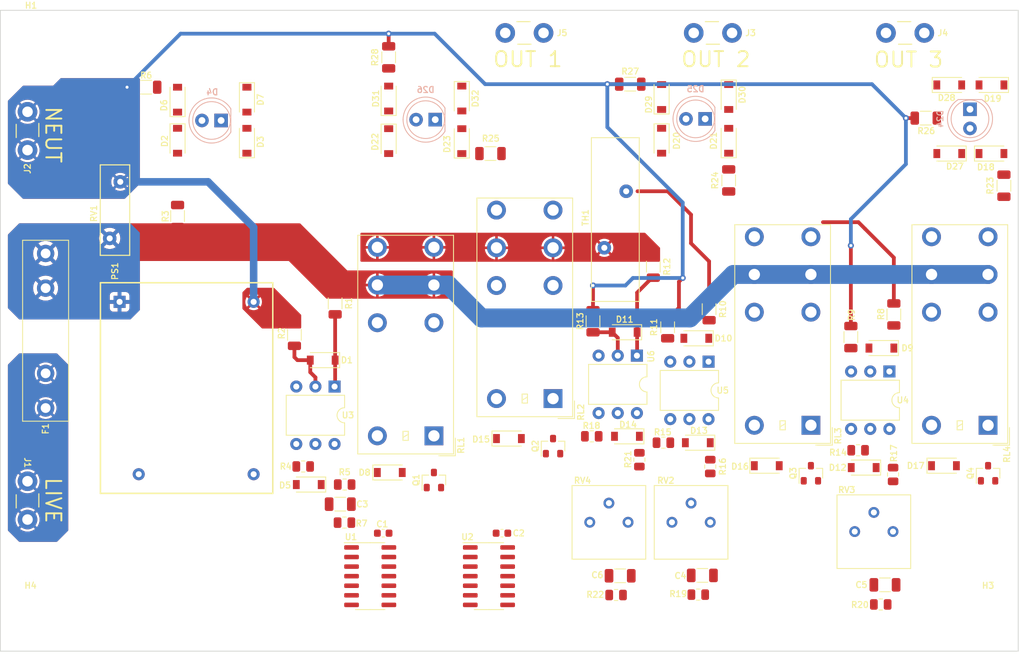
<source format=kicad_pcb>
(kicad_pcb (version 20211014) (generator pcbnew)
  (layers (0 "F.Cu" signal) (31 "B.Cu" signal) (34 "B.Paste" user) (35 "F.Paste" user) (36 "B.SilkS" user "B.Silkscreen") (37 "F.SilkS" user "F.Silkscreen") (38 "B.Mask" user) (39 "F.Mask" user) (44 "Edge.Cuts" user))
  (net 0 "")
  (net 1 "+12V")
  (net 2 "GND")
  (net 3 "Net-(C3-Pad1)")
  (net 4 "Net-(C4-Pad1)")
  (net 5 "Net-(C5-Pad1)")
  (net 6 "Net-(C6-Pad1)")
  (net 7 "Net-(D1-Pad1)")
  (net 8 "Net-(D1-Pad2)")
  (net 9 "Net-(D2-Pad1)")
  (net 10 "Net-(D2-Pad2)")
  (net 11 "Net-(D3-Pad2)")
  (net 12 "Net-(D5-Pad1)")
  (net 13 "Net-(D5-Pad2)")
  (net 14 "Net-(D6-Pad2)")
  (net 15 "Net-(D8-Pad2)")
  (net 16 "Net-(D9-Pad1)")
  (net 17 "Net-(D9-Pad2)")
  (net 18 "Net-(D10-Pad1)")
  (net 19 "Net-(D10-Pad2)")
  (net 20 "Net-(D11-Pad1)")
  (net 21 "Net-(D11-Pad2)")
  (net 22 "Net-(D12-Pad1)")
  (net 23 "Net-(D12-Pad2)")
  (net 24 "Net-(D13-Pad1)")
  (net 25 "Net-(D13-Pad2)")
  (net 26 "Net-(D14-Pad1)")
  (net 27 "Net-(D14-Pad2)")
  (net 28 "Net-(D15-Pad2)")
  (net 29 "Net-(D16-Pad2)")
  (net 30 "Net-(D17-Pad2)")
  (net 31 "Net-(D18-Pad1)")
  (net 32 "Net-(D18-Pad2)")
  (net 33 "Net-(D19-Pad2)")
  (net 34 "Net-(D20-Pad1)")
  (net 35 "Net-(D20-Pad2)")
  (net 36 "Net-(D21-Pad2)")
  (net 37 "Net-(D22-Pad1)")
  (net 38 "Net-(D22-Pad2)")
  (net 39 "Net-(D23-Pad2)")
  (net 40 "Net-(D27-Pad2)")
  (net 41 "Net-(D29-Pad2)")
  (net 42 "Net-(D31-Pad2)")
  (net 43 "/LIVE_IN")
  (net 44 "/LIVE_FUSED")
  (net 45 "NEUT")
  (net 46 "/LIVE_OUT_2")
  (net 47 "/LIVE_OUT_3")
  (net 48 "/LIVE_OUT_1")
  (net 49 "Net-(Q1-Pad1)")
  (net 50 "Net-(Q2-Pad1)")
  (net 51 "Net-(Q3-Pad1)")
  (net 52 "Net-(Q4-Pad1)")
  (net 53 "/LIVE_SS")
  (net 54 "Net-(R16-Pad2)")
  (net 55 "Net-(R17-Pad2)")
  (net 56 "Net-(R21-Pad2)")
  (net 68 "Net-(U1-Pad3)")
  (net 69 "Net-(U1-Pad10)")
  (net 70 "Net-(U2-Pad3)")
  (net 71 "Net-(U2-Pad10)")
  (footprint "Repowered_Potentiometers_THT:Potentiometer_Bourns_3386P_Vertical" (layer "F.Cu") (at 128.25 132.9 90)
    (fp_text reference "RV4")
    (fp_text value "100k")
  )
  (footprint "Resistor_SMD:R_1206_3216Metric" (layer "F.Cu") (at 139 104.6375 -90)
    (fp_text reference "R10")
    (fp_text value "47k")
  )
  (footprint "Relay_THT:Relay_DPDT_Omron_G2RL" (layer "F.Cu") (at 102.5 121.4375 90)
    (fp_text reference "RL1")
    (fp_text value "G2RL2ADC12BYOMB")
  )
  (footprint "Resistor_SMD:R_1206_3216Metric" (layer "F.Cu") (at 141.6 87.5625 90)
    (fp_text reference "R24")
    (fp_text value "22k")
  )
  (footprint "Repowered_Connectors:TE_Connectivity_63824-1" (layer "F.Cu") (at 48.6 130 90)
    (fp_text reference "J1")
    (fp_text value "Conn_01x01")
  )
  (footprint "Diode_SMD:D_SOD-123" (layer "F.Cu") (at 170.85 74.9)
    (fp_text reference "D28")
    (fp_text value "1N4148W")
  )
  (footprint "Diode_SMD:D_SOD-123" (layer "F.Cu") (at 112.45 121.8)
    (fp_text reference "D15")
    (fp_text value "1N4148W")
  )
  (footprint "Resistor_SMD:R_0805_2012Metric" (layer "F.Cu") (at 90.6375 132.95 180)
    (fp_text reference "R7")
    (fp_text value "1M")
  )
  (footprint "Diode_SMD:D_SOD-123" (layer "F.Cu") (at 96.65 126.3)
    (fp_text reference "D8")
    (fp_text value "1N4148W")
  )
  (footprint "Diode_SMD:D_SOD-123" (layer "F.Cu") (at 170.15 125.4)
    (fp_text reference "D17")
    (fp_text value "1N4148W")
  )
  (footprint "Varistor:RV_Disc_D21.5mm_W6.1mm_P7.5mm" (layer "F.Cu") (at 125.1 96.5 90)
    (fp_text reference "TH1")
    (fp_text value "Thermistor_NTC")
  )
  (footprint "Resistor_SMD:R_1206_3216Metric" (layer "F.Cu") (at 157.8 108.3375 90)
    (fp_text reference "R9")
    (fp_text value "47k")
  )
  (footprint "Diode_SMD:D_SOD-123" (layer "F.Cu") (at 128.1 121.5 180)
    (fp_text reference "D14")
    (fp_text value "1N4148W")
  )
  (footprint "Diode_SMD:D_SOD-123" (layer "F.Cu") (at 141.6 82.3 90)
    (fp_text reference "D21")
    (fp_text value "1N4148W")
  )
  (footprint "Diode_SMD:D_SOD-123" (layer "F.Cu") (at 176.45 84)
    (fp_text reference "D18")
    (fp_text value "1N4148W")
  )
  (footprint "Capacitor_SMD:C_1206_3216Metric" (layer "F.Cu") (at 138.1 139.95)
    (fp_text reference "C4")
    (fp_text value "10uF")
  )
  (footprint "Repowered_TO-SOT-SMD:SOT-23" (layer "F.Cu") (at 118.3 122.8 90)
    (fp_text reference "Q2")
    (fp_text value "2N7002")
  )
  (footprint "Diode_SMD:D_SOD-123" (layer "F.Cu") (at 68.5 76.85 90)
    (fp_text reference "D6")
    (fp_text value "1N4148W")
  )
  (footprint "Resistor_SMD:R_1206_3216Metric" (layer "F.Cu") (at 96.5 71.2375 90)
    (fp_text reference "R28")
    (fp_text value "22k")
  )
  (footprint "Diode_SMD:D_SOD-123" (layer "F.Cu") (at 161.85 109.8 180)
    (fp_text reference "D9")
    (fp_text value "1N4148W")
  )
  (footprint "Diode_SMD:D_SOD-123" (layer "F.Cu") (at 127.8 107.7 180)
    (fp_text reference "D11")
    (fp_text value "1N4148W")
  )
  (footprint "MountingHole:MountingHole_3.7mm" (layer "F.Cu") (at 49 146)
    (fp_text reference "H4")
    (fp_text value "#6")
  )
  (footprint "Capacitor_SMD:C_0603_1608Metric" (layer "F.Cu") (at 111.525 134.35 180)
    (fp_text reference "C2")
    (fp_text value "0.1uF")
  )
  (footprint "Package_SO:SOIC-14_3.9x8.7mm_P1.27mm" (layer "F.Cu") (at 109.8 140.05)
    (fp_text reference "U2")
    (fp_text value "CD4093")
  )
  (footprint "Capacitor_SMD:C_1206_3216Metric" (layer "F.Cu") (at 162.325 141.2)
    (fp_text reference "C5")
    (fp_text value "10uF")
  )
  (footprint "Resistor_SMD:R_0805_2012Metric" (layer "F.Cu") (at 90.6625 127.9)
    (fp_text reference "R5")
    (fp_text value "10k")
  )
  (footprint "Resistor_SMD:R_1206_3216Metric" (layer "F.Cu") (at 133.5 107.0375 90)
    (fp_text reference "R11")
    (fp_text value "47k")
  )
  (footprint "Resistor_SMD:R_0805_2012Metric" (layer "F.Cu") (at 139.15 125.5125 -90)
    (fp_text reference "R16")
    (fp_text value "10k")
  )
  (footprint "Diode_SMD:D_SOD-123" (layer "F.Cu") (at 132.7 82.3 -90)
    (fp_text reference "D20")
    (fp_text value "1N4148W")
  )
  (footprint "Repowered_Connectors:TE_Connectivity_63824-1" (layer "F.Cu") (at 139.5 68)
    (fp_text reference "J3")
    (fp_text value "Conn_01x01")
  )
  (footprint "Repowered_Potentiometers_THT:Potentiometer_Bourns_3386P_Vertical" (layer "F.Cu") (at 163.39 134.135 90)
    (fp_text reference "RV3")
    (fp_text value "100k")
  )
  (footprint "Resistor_SMD:R_1206_3216Metric" (layer "F.Cu") (at 110 84 180)
    (fp_text reference "R25")
    (fp_text value "22k")
  )
  (footprint "Resistor_SMD:R_1206_3216Metric" (layer "F.Cu") (at 167.7375 79.3 180)
    (fp_text reference "R26")
    (fp_text value "22k")
  )
  (footprint "Diode_SMD:D_SOD-123" (layer "F.Cu") (at 106.2 82.35 90)
    (fp_text reference "D23")
    (fp_text value "1N4148W")
  )
  (footprint "Resistor_SMD:R_1206_3216Metric" (layer "F.Cu") (at 68.5 92.2875 90)
    (fp_text reference "R3")
    (fp_text value "22k")
  )
  (footprint "Diode_SMD:D_SOD-123" (layer "F.Cu") (at 141.6 76.5 -90)
    (fp_text reference "D30")
    (fp_text value "1N4148W")
  )
  (footprint "Diode_SMD:D_SOD-123" (layer "F.Cu") (at 176.45 74.9 180)
    (fp_text reference "D19")
    (fp_text value "1N4148W")
  )
  (footprint "Package_DIP:DIP-6_W7.62mm" (layer "F.Cu") (at 89.325 114.9 -90)
    (fp_text reference "U3")
    (fp_text value "4N35")
  )
  (footprint "Capacitor_SMD:C_1206_3216Metric" (layer "F.Cu") (at 127.2 140)
    (fp_text reference "C6")
    (fp_text value "10uF")
  )
  (footprint "Diode_SMD:D_SOD-123" (layer "F.Cu") (at 87.75 111.4 180)
    (fp_text reference "D1")
    (fp_text value "1N4148W")
  )
  (footprint "Repowered_Connectors:TE_Connectivity_63824-1" (layer "F.Cu") (at 165 68)
    (fp_text reference "J4")
    (fp_text value "Conn_01x01")
  )
  (footprint "Package_DIP:DIP-6_W7.62mm" (layer "F.Cu") (at 129.425 110.8 -90)
    (fp_text reference "U6")
    (fp_text value "4N35")
  )
  (footprint "Resistor_SMD:R_1206_3216Metric" (layer "F.Cu") (at 178.1 88.2625 90)
    (fp_text reference "R23")
    (fp_text value "22k")
  )
  (footprint "Resistor_SMD:R_0805_2012Metric" (layer "F.Cu") (at 129.75 124.6 -90)
    (fp_text reference "R21")
    (fp_text value "10k")
  )
  (footprint "Resistor_SMD:R_0805_2012Metric" (layer "F.Cu") (at 132.9375 122.35 180)
    (fp_text reference "R15")
    (fp_text value "22k")
  )
  (footprint "Resistor_SMD:R_1206_3216Metric" (layer "F.Cu") (at 89.4 103.8625 -90)
    (fp_text reference "R1")
    (fp_text value "47k")
  )
  (footprint "Resistor_SMD:R_0805_2012Metric" (layer "F.Cu") (at 126.6625 142.55)
    (fp_text reference "R22")
    (fp_text value "1M")
  )
  (footprint "Diode_SMD:D_SOD-123" (layer "F.Cu") (at 77.7 82.3 90)
    (fp_text reference "D3")
    (fp_text value "1N4148W")
  )
  (footprint "Resistor_SMD:R_0805_2012Metric" (layer "F.Cu") (at 123.4375 121.5 180)
    (fp_text reference "R18")
    (fp_text value "22k")
  )
  (footprint "Resistor_SMD:R_0805_2012Metric" (layer "F.Cu") (at 161.7625 143.8)
    (fp_text reference "R20")
    (fp_text value "1M")
  )
  (footprint "Resistor_SMD:R_1206_3216Metric" (layer "F.Cu") (at 64.3375 75.2 180)
    (fp_text reference "R6")
    (fp_text value "22k")
  )
  (footprint "Repowered_TO-SOT-SMD:SOT-23" (layer "F.Cu") (at 102.5 127.3 90)
    (fp_text reference "Q1")
    (fp_text value "2N7002")
  )
  (footprint "MountingHole:MountingHole_3.7mm" (layer "F.Cu") (at 49.064 69.064)
    (fp_text reference "H1")
    (fp_text value "#6")
  )
  (footprint "Diode_SMD:D_SOD-123" (layer "F.Cu") (at 96.5 82.35 -90)
    (fp_text reference "D22")
    (fp_text value "1N4148W")
  )
  (footprint "Diode_SMD:D_SOD-123" (layer "F.Cu") (at 137.5 122.35 180)
    (fp_text reference "D13")
    (fp_text value "1N4148W")
  )
  (footprint "Repowered_Connectors:TE_Connectivity_63824-1" (layer "F.Cu") (at 48.6 81 -90)
    (fp_text reference "J2")
    (fp_text value "Conn_01x01")
  )
  (footprint "Repowered_Connectors:TE_Connectivity_63824-1" (layer "F.Cu") (at 114.5 68)
    (fp_text reference "J5")
    (fp_text value "Conn_01x01")
  )
  (footprint "Fuse:Fuseholder_Littelfuse_100_series_5x20mm" (layer "F.Cu") (at 51 117.75 90)
    (fp_text reference "F1")
    (fp_text value "15A/250V")
  )
  (footprint "Relay_THT:Relay_DPDT_Omron_G2RL" (layer "F.Cu") (at 118.3 116.5 90)
    (fp_text reference "RL2")
    (fp_text value "G2RL2ADC12BYOMB")
  )
  (footprint "MountingHole:MountingHole_3.7mm" (layer "F.Cu") (at 176 146)
    (fp_text reference "H3")
    (fp_text value "#6")
  )
  (footprint "Diode_SMD:D_SOD-123" (layer "F.Cu") (at 77.7 76.85 -90)
    (fp_text reference "D7")
    (fp_text value "1N4148W")
  )
  (footprint "Repowered_Modules:RAC03-K" (layer "F.Cu") (at 69.7 115.1 -90)
    (fp_text reference "PS1")
    (fp_text value "RAC03-12SK")
  )
  (footprint "Diode_SMD:D_SOD-123" (layer "F.Cu") (at 68.5 82.3 -90)
    (fp_text reference "D2")
    (fp_text value "1N4148W")
  )
  (footprint "Repowered_TO-SOT-SMD:SOT-23" (layer "F.Cu") (at 152.5 126.4 90)
    (fp_text reference "Q3")
    (fp_text value "2N7002")
  )
  (footprint "Diode_SMD:D_SOD-123" (layer "F.Cu") (at 96.5 76.7 90)
    (fp_text reference "D31")
    (fp_text value "1N4148W")
  )
  (footprint "Resistor_SMD:R_0805_2012Metric" (layer "F.Cu") (at 158.7625 123.35)
    (fp_text reference "R14")
    (fp_text value "22k")
  )
  (footprint "Varistor:RV_Disc_D12mm_W3.9mm_P7.5mm" (layer "F.Cu") (at 59.5 95.25 90)
    (fp_text reference "RV1")
    (fp_text value "200V")
  )
  (footprint "Package_SO:SOIC-14_3.9x8.7mm_P1.27mm" (layer "F.Cu") (at 94.05 140.05)
    (fp_text reference "U1")
    (fp_text value "CD4093")
  )
  (footprint "Capacitor_SMD:C_1206_3216Metric" (layer "F.Cu") (at 90.075 130.5 180)
    (fp_text reference "C3")
    (fp_text value "10uF")
  )
  (footprint "Repowered_Potentiometers_THT:Potentiometer_Bourns_3386P_Vertical" (layer "F.Cu") (at 139.15 132.9 90)
    (fp_text reference "RV2")
    (fp_text value "100k")
  )
  (footprint "Resistor_SMD:R_1206_3216Metric" (layer "F.Cu") (at 163.5 105.3375 -90)
    (fp_text reference "R8")
    (fp_text value "47k")
  )
  (footprint "Resistor_SMD:R_1206_3216Metric" (layer "F.Cu") (at 84 108.0375 90)
    (fp_text reference "R2")
    (fp_text value "47k")
  )
  (footprint "Package_DIP:DIP-6_W7.62mm" (layer "F.Cu") (at 162.9125 112.9 -90)
    (fp_text reference "U4")
    (fp_text value "4N35")
  )
  (footprint "Diode_SMD:D_SOD-123" (layer "F.Cu") (at 159.5 125.65 180)
    (fp_text reference "D12")
    (fp_text value "1N4148W")
  )
  (footprint "Relay_THT:Relay_DPDT_Omron_G2RL" (layer "F.Cu") (at 176 120.0375 90)
    (fp_text reference "RL4")
    (fp_text value "G2RL2ADC12BYOMB")
  )
  (footprint "Diode_SMD:D_SOD-123" (layer "F.Cu") (at 132.7 76.5 90)
    (fp_text reference "D29")
    (fp_text value "1N4148W")
  )
  (footprint "Diode_SMD:D_SOD-123" (layer "F.Cu") (at 146.65 125.4)
    (fp_text reference "D16")
    (fp_text value "1N4148W")
  )
  (footprint "Resistor_SMD:R_1206_3216Metric" (layer "F.Cu") (at 123.6 106.2375 90)
    (fp_text reference "R13")
    (fp_text value "47k")
  )
  (footprint "Relay_THT:Relay_DPDT_Omron_G2RL" (layer "F.Cu") (at 152.5 120.0375 90)
    (fp_text reference "RL3")
    (fp_text value "G2RL2ADC12BYOMB")
  )
  (footprint "Capacitor_SMD:C_0603_1608Metric" (layer "F.Cu") (at 95.775 134.35 180)
    (fp_text reference "C1")
    (fp_text value "0.1uF")
  )
  (footprint "Resistor_SMD:R_0805_2012Metric" (layer "F.Cu") (at 85.1625 125.5)
    (fp_text reference "R4")
    (fp_text value "22k")
  )
  (footprint "Package_DIP:DIP-6_W7.62mm" (layer "F.Cu") (at 138.925 111.6 -90)
    (fp_text reference "U5")
    (fp_text value "4N35")
  )
  (footprint "MountingHole:MountingHole_3.7mm" (layer "F.Cu") (at 176 69)
    (fp_text reference "H2" hide)
    (fp_text value "#6")
  )
  (footprint "Diode_SMD:D_SOD-123" (layer "F.Cu") (at 106.2 76.7 -90)
    (fp_text reference "D32")
    (fp_text value "1N4148W")
  )
  (footprint "Resistor_SMD:R_1206_3216Metric" (layer "F.Cu") (at 128.5375 74.8 180)
    (fp_text reference "R27")
    (fp_text value "22k")
  )
  (footprint "Resistor_SMD:R_0805_2012Metric" (layer "F.Cu") (at 137.5625 142.5)
    (fp_text reference "R19")
    (fp_text value "1M")
  )
  (footprint "Diode_SMD:D_SOD-123" (layer "F.Cu") (at 85.9 127.9 180)
    (fp_text reference "D5")
    (fp_text value "1N4148W")
  )
  (footprint "Diode_SMD:D_SOD-123" (layer "F.Cu") (at 137.3 108.5 180)
    (fp_text reference "D10")
    (fp_text value "1N4148W")
  )
  (footprint "Resistor_SMD:R_1206_3216Metric" (layer "F.Cu") (at 131.6 99 -90)
    (fp_text reference "R12")
    (fp_text value "47k")
  )
  (footprint "Repowered_TO-SOT-SMD:SOT-23" (layer "F.Cu") (at 176 126.4 90)
    (fp_text reference "Q4")
    (fp_text value "2N7002")
  )
  (footprint "Resistor_SMD:R_0805_2012Metric" (layer "F.Cu") (at 163.4 126.5625 -90)
    (fp_text reference "R17")
    (fp_text value "10k")
  )
  (footprint "Diode_SMD:D_SOD-123" (layer "F.Cu") (at 170.85 84 180)
    (fp_text reference "D27")
    (fp_text value "1N4148W")
  )
  (footprint "LED_THT:LED_D5.0mm" (layer "B.Cu") (at 74.275 79.6125 180)
    (fp_text reference "D4")
    (fp_text value "LED")
  )
  (footprint "LED_THT:LED_D5.0mm" (layer "B.Cu") (at 102.675 79.5 180)
    (fp_text reference "D26")
    (fp_text value "LED")
  )
  (footprint "LED_THT:LED_D5.0mm" (layer "B.Cu") (at 173.6 78.125 -90)
    (fp_text reference "D24")
    (fp_text value "LED")
  )
  (footprint "LED_THT:LED_D5.0mm" (layer "B.Cu") (at 138.475 79.4 180)
    (fp_text reference "D25")
    (fp_text value "LED")
  )
  (gr_line (start 180 65) (end 180 150) (layer "Edge.Cuts") (width 0.1))
  (gr_line (start 45 65) (end 45 150) (layer "Edge.Cuts") (width 0.1))
  (gr_line (start 45 65) (end 180 65) (layer "Edge.Cuts") (width 0.1))
  (gr_line (start 45 150) (end 180 150) (layer "Edge.Cuts") (width 0.1))
  (gr_text "OUT 1" (at 114.95 71.5) (layer "F.SilkS") (effects (font (size 2 2) (thickness 0.25))))
  (gr_text "OUT 2" (at 139.9 71.5) (layer "F.SilkS") (effects (font (size 2 2) (thickness 0.25))))
  (gr_text "OUT 3" (at 165.45 71.55) (layer "F.SilkS") (effects (font (size 2 2) (thickness 0.25))))
  (gr_text "LIVE" (at 52 130 270) (layer "F.SilkS") (effects (font (size 2 2) (thickness 0.25))))
  (gr_text "NEUT" (at 52 81.5 270) (layer "F.SilkS") (effects (font (size 2 2) (thickness 0.25))))
  (segment (start 89.4 105.325) (end 89.4 111.4) (width 0.5) (layer "F.Cu") (net 7))
  (segment (start 89.4 111.4) (end 89.4 114.825) (width 0.5) (layer "F.Cu") (net 7))
  (segment (start 89.4 114.825) (end 89.325 114.9) (width 0.5) (layer "F.Cu") (net 7))
  (segment (start 86.1 113) (end 86.1 111.4) (width 0.5) (layer "F.Cu") (net 8))
  (segment (start 84.4 111.4) (end 86.1 111.4) (width 0.5) (layer "F.Cu") (net 8))
  (segment (start 84 111) (end 84.4 111.4) (width 0.5) (layer "F.Cu") (net 8))
  (segment (start 86.785 114.9) (end 86.785 113.685) (width 0.5) (layer "F.Cu") (net 8))
  (segment (start 86.785 113.685) (end 86.1 113) (width 0.5) (layer "F.Cu") (net 8))
  (segment (start 84 109.5) (end 84 111) (width 0.5) (layer "F.Cu") (net 8))
  (segment (start 131.4375 100.4625) (end 129.45 102.45) (width 0.5) (layer "F.Cu") (net 20))
  (segment (start 129.45 110.775) (end 129.425 110.8) (width 0.5) (layer "F.Cu") (net 20))
  (segment (start 129.45 102.45) (end 129.45 107.7) (width 0.5) (layer "F.Cu") (net 20))
  (segment (start 129.45 107.7) (end 129.45 110.775) (width 0.5) (layer "F.Cu") (net 20))
  (segment (start 131.6 100.4625) (end 131.4375 100.4625) (width 0.5) (layer "F.Cu") (net 20))
  (segment (start 126.15 107.7) (end 123.6 107.7) (width 0.5) (layer "F.Cu") (net 21))
  (segment (start 126.885 108.435) (end 126.15 107.7) (width 0.5) (layer "F.Cu") (net 21))
  (segment (start 126.885 110.8) (end 126.885 108.435) (width 0.5) (layer "F.Cu") (net 21))
  (segment (start 102.5 101.4375) (end 95 101.4375) (width 2.5) (layer "B.Cu") (net 44))
  (segment (start 102.5 101.4375) (end 104.4375 101.4375) (width 2.5) (layer "B.Cu") (net 44))
  (segment (start 108.8 105.8) (end 136.45 105.8) (width 2.5) (layer "B.Cu") (net 44))
  (segment (start 136.45 105.8) (end 142.2125 100.0375) (width 2.5) (layer "B.Cu") (net 44))
  (segment (start 104.4375 101.4375) (end 108.8 105.8) (width 2.5) (layer "B.Cu") (net 44))
  (segment (start 142.2125 100.0375) (end 175.9875 100.0375) (width 2.5) (layer "B.Cu") (net 44))
  (segment (start 166.275 79.3) (end 165.1 79.3) (width 0.5) (layer "F.Cu") (net 45))
  (segment (start 135 101) (end 135 104.45) (width 0.5) (layer "F.Cu") (net 45))
  (segment (start 135 104.45) (end 133.875 105.575) (width 0.5) (layer "F.Cu") (net 45))
  (segment (start 127.075 74.8) (end 125.5 74.8) (width 0.5) (layer "F.Cu") (net 45))
  (segment (start 123.6 104.775) (end 123.6 101.5) (width 0.5) (layer "F.Cu") (net 45))
  (segment (start 96.5 68.1) (end 96.5 69.775) (width 0.5) (layer "F.Cu") (net 45))
  (segment (start 135.5 100.5) (end 135 101) (width 0.5) (layer "F.Cu") (net 45))
  (segment (start 157.8 106.875) (end 157.8 96.2) (width 0.5) (layer "F.Cu") (net 45))
  (segment (start 133.875 105.575) (end 133.5 105.575) (width 0.5) (layer "F.Cu") (net 45))
  (via (at 61.8 75.2) (size 0.8) (drill 0.4) (layers "F.Cu" "B.Cu") (net 45))
  (via (at 96.5 68.1) (size 0.8) (drill 0.4) (layers "F.Cu" "B.Cu") (net 45))
  (via (at 135.5 100.5) (size 0.8) (drill 0.4) (layers "F.Cu" "B.Cu") (net 45))
  (via (at 125.5 74.8) (size 0.8) (drill 0.4) (layers "F.Cu" "B.Cu") (net 45))
  (via (at 165.1 79.3) (size 0.8) (drill 0.4) (layers "F.Cu" "B.Cu") (net 45))
  (via (at 157.8 96.2) (size 0.8) (drill 0.4) (layers "F.Cu" "B.Cu") (net 45))
  (via (at 123.6 101.5) (size 0.8) (drill 0.4) (layers "F.Cu" "B.Cu") (net 45))
  (segment (start 157.8 96.2) (end 157.8 92.7) (width 0.5) (layer "B.Cu") (net 45))
  (segment (start 127.9 101.5) (end 123.6 101.5) (width 0.5) (layer "B.Cu") (net 45))
  (segment (start 72.55 87.75) (end 78.59 93.79) (width 1) (layer "B.Cu") (net 45))
  (segment (start 96.5 68.1) (end 102.6 68.1) (width 0.5) (layer "B.Cu") (net 45))
  (segment (start 68.9 68.1) (end 96.5 68.1) (width 0.5) (layer "B.Cu") (net 45))
  (segment (start 160.6 74.8) (end 165.1 79.3) (width 0.5) (layer "B.Cu") (net 45))
  (segment (start 135.5 100.5) (end 128.9 100.5) (width 0.5) (layer "B.Cu") (net 45))
  (segment (start 165.1 85.4) (end 165.1 79.3) (width 0.5) (layer "B.Cu") (net 45))
  (segment (start 125.5 80.5) (end 125.5 74.8) (width 0.5) (layer "B.Cu") (net 45))
  (segment (start 60.9 87.75) (end 72.55 87.75) (width 1) (layer "B.Cu") (net 45))
  (segment (start 61.8 75.2) (end 68.9 68.1) (width 0.5) (layer "B.Cu") (net 45))
  (segment (start 109.3 74.8) (end 125.5 74.8) (width 0.5) (layer "B.Cu") (net 45))
  (segment (start 135.5 100.5) (end 135.5 90.5) (width 0.5) (layer "B.Cu") (net 45))
  (segment (start 157.8 92.7) (end 165.1 85.4) (width 0.5) (layer "B.Cu") (net 45))
  (segment (start 135.5 90.5) (end 125.5 80.5) (width 0.5) (layer "B.Cu") (net 45))
  (segment (start 78.59 93.79) (end 78.59 103.67) (width 1) (layer "B.Cu") (net 45))
  (segment (start 128.9 100.5) (end 127.9 101.5) (width 0.5) (layer "B.Cu") (net 45))
  (segment (start 125.5 74.8) (end 160.6 74.8) (width 0.5) (layer "B.Cu") (net 45))
  (segment (start 102.6 68.1) (end 109.3 74.8) (width 0.5) (layer "B.Cu") (net 45))
  (segment (start 158.8 93.1) (end 154.1 93.1) (width 0.5) (layer "F.Cu") (net 46))
  (segment (start 163.5 103.875) (end 163.5 97.8) (width 0.5) (layer "F.Cu") (net 46))
  (segment (start 159.7 94) (end 158.8 93.1) (width 0.5) (layer "F.Cu") (net 46))
  (segment (start 163.5 97.8) (end 159.7 94) (width 0.5) (layer "F.Cu") (net 46))
  (segment (start 136.6 92.1) (end 133.5 89) (width 0.5) (layer "F.Cu") (net 48))
  (segment (start 139 103.175) (end 139 98.3) (width 0.5) (layer "F.Cu") (net 48))
  (segment (start 136.6 95.9) (end 136.6 92.1) (width 0.5) (layer "F.Cu") (net 48))
  (segment (start 133.5 89) (end 129.5 89) (width 0.5) (layer "F.Cu") (net 48))
  (segment (start 139 98.3) (end 136.6 95.9) (width 0.5) (layer "F.Cu") (net 48))
  (zone (net 44) (net_name "/LIVE_FUSED") (layers F&B.Cu) (priority 2) (connect_pads thru_hole_only (clearance 0.5)) (min_thickness 0.254) (fill yes (thermal_gap 0.508) (thermal_bridge_width 0.508))
    (polygon (pts (xy 63.5 94.5) (xy 63.5 104.75) (xy 62.25 106) (xy 47.5 106) (xy 46 104.5) (xy 46 94.75) (xy 47.5 93.25) (xy 62.25 93.25)))
  )
  (zone (net 53) (net_name "/LIVE_SS") (layer "F.Cu") (priority 2) (connect_pads thru_hole_only (clearance 0.508)) (min_thickness 0.254) (fill yes (thermal_gap 0.3) (thermal_bridge_width 0.35))
    (polygon (pts (xy 132.5 96.5) (xy 132.5 98.35) (xy 92.75 98.35) (xy 92.75 94.5) (xy 130.5 94.5)))
  )
  (zone (net 44) (net_name "/LIVE_FUSED") (layer "F.Cu") (priority 2) (connect_pads thru_hole_only (clearance 0.508)) (min_thickness 0.254) (fill yes (thermal_gap 0.3) (thermal_bridge_width 0.35))
    (polygon (pts (xy 91 99.5) (xy 105 99.5) (xy 105 103.25) (xy 88.25 103.25) (xy 83.25 98.25) (xy 62.25 98.25) (xy 62.25 93.25) (xy 84.75 93.25)))
  )
  (zone (net 43) (net_name "/LIVE_IN") (layers F&B.Cu) (priority 2) (connect_pads thru_hole_only (clearance 0.508)) (min_thickness 0.254) (fill yes (thermal_gap 0.3) (thermal_bridge_width 0.35))
    (polygon (pts (xy 54 112) (xy 54 134) (xy 52.5 135.5) (xy 47.5 135.5) (xy 46 134) (xy 46 112) (xy 47.5 110.5) (xy 52.5 110.5)))
  )
  (zone (net 45) (net_name "NEUT") (layers F&B.Cu) (priority 2) (connect_pads thru_hole_only (clearance 0.508)) (min_thickness 0.254) (fill yes (thermal_gap 0.3) (thermal_bridge_width 0.35))
    (polygon (pts (xy 63.5 88) (xy 61.5 90) (xy 48 90) (xy 46 88) (xy 46 77) (xy 48 75) (xy 52 75) (xy 53 74) (xy 63.5 74)))
  )
  (zone (net 45) (net_name "NEUT") (layer "F.Cu") (priority 2) (connect_pads thru_hole_only (clearance 0.508)) (min_thickness 0.254) (fill yes (thermal_gap 0.3) (thermal_bridge_width 0.35))
    (polygon (pts (xy 84.9 105.4) (xy 84.9 107.2) (xy 79.7 107.2) (xy 77.1 104.6) (xy 77.1 102.4) (xy 77.7 101.8) (xy 81.3 101.8)))
  )
)
</source>
